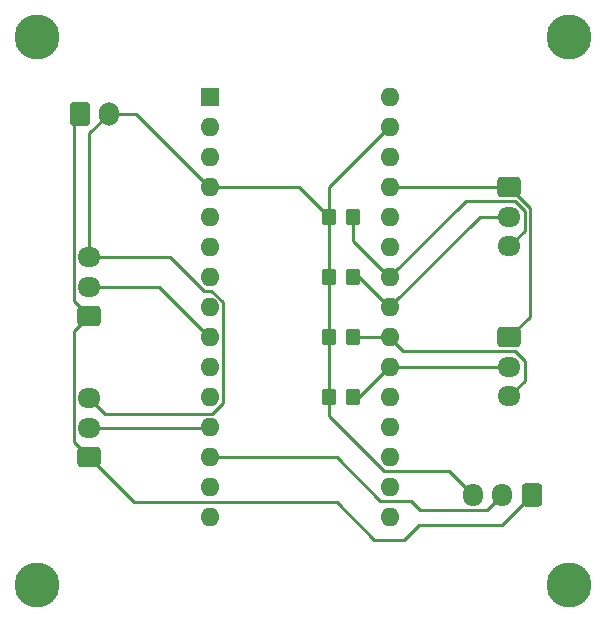
<source format=gbr>
%TF.GenerationSoftware,KiCad,Pcbnew,(6.0.4-0)*%
%TF.CreationDate,2022-05-05T15:57:15+02:00*%
%TF.ProjectId,Raptor_Gripper_Board,52617074-6f72-45f4-9772-69707065725f,rev?*%
%TF.SameCoordinates,Original*%
%TF.FileFunction,Copper,L1,Top*%
%TF.FilePolarity,Positive*%
%FSLAX46Y46*%
G04 Gerber Fmt 4.6, Leading zero omitted, Abs format (unit mm)*
G04 Created by KiCad (PCBNEW (6.0.4-0)) date 2022-05-05 15:57:15*
%MOMM*%
%LPD*%
G01*
G04 APERTURE LIST*
G04 Aperture macros list*
%AMRoundRect*
0 Rectangle with rounded corners*
0 $1 Rounding radius*
0 $2 $3 $4 $5 $6 $7 $8 $9 X,Y pos of 4 corners*
0 Add a 4 corners polygon primitive as box body*
4,1,4,$2,$3,$4,$5,$6,$7,$8,$9,$2,$3,0*
0 Add four circle primitives for the rounded corners*
1,1,$1+$1,$2,$3*
1,1,$1+$1,$4,$5*
1,1,$1+$1,$6,$7*
1,1,$1+$1,$8,$9*
0 Add four rect primitives between the rounded corners*
20,1,$1+$1,$2,$3,$4,$5,0*
20,1,$1+$1,$4,$5,$6,$7,0*
20,1,$1+$1,$6,$7,$8,$9,0*
20,1,$1+$1,$8,$9,$2,$3,0*%
G04 Aperture macros list end*
%TA.AperFunction,ComponentPad*%
%ADD10O,1.700000X1.950000*%
%TD*%
%TA.AperFunction,ComponentPad*%
%ADD11RoundRect,0.250000X0.600000X0.725000X-0.600000X0.725000X-0.600000X-0.725000X0.600000X-0.725000X0*%
%TD*%
%TA.AperFunction,ComponentPad*%
%ADD12C,2.600000*%
%TD*%
%TA.AperFunction,ConnectorPad*%
%ADD13C,3.800000*%
%TD*%
%TA.AperFunction,SMDPad,CuDef*%
%ADD14RoundRect,0.250000X0.350000X0.450000X-0.350000X0.450000X-0.350000X-0.450000X0.350000X-0.450000X0*%
%TD*%
%TA.AperFunction,ComponentPad*%
%ADD15O,1.700000X2.000000*%
%TD*%
%TA.AperFunction,ComponentPad*%
%ADD16RoundRect,0.250000X-0.600000X-0.750000X0.600000X-0.750000X0.600000X0.750000X-0.600000X0.750000X0*%
%TD*%
%TA.AperFunction,ComponentPad*%
%ADD17O,1.950000X1.700000*%
%TD*%
%TA.AperFunction,ComponentPad*%
%ADD18RoundRect,0.250000X0.725000X-0.600000X0.725000X0.600000X-0.725000X0.600000X-0.725000X-0.600000X0*%
%TD*%
%TA.AperFunction,ComponentPad*%
%ADD19RoundRect,0.250000X-0.725000X0.600000X-0.725000X-0.600000X0.725000X-0.600000X0.725000X0.600000X0*%
%TD*%
%TA.AperFunction,ComponentPad*%
%ADD20O,1.600000X1.600000*%
%TD*%
%TA.AperFunction,ComponentPad*%
%ADD21R,1.600000X1.600000*%
%TD*%
%TA.AperFunction,Conductor*%
%ADD22C,0.250000*%
%TD*%
G04 APERTURE END LIST*
D10*
%TO.P,J6,3,Pin_3*%
%TO.N,Net-(A0-Pad29)*%
X116285000Y-84455000D03*
%TO.P,J6,2,Pin_2*%
%TO.N,Net-(A0-Pad13)*%
X118785000Y-84455000D03*
D11*
%TO.P,J6,1,Pin_1*%
%TO.N,Net-(J1-Pad1)*%
X121285000Y-84455000D03*
%TD*%
D12*
%TO.P,H3,1*%
%TO.N,N/C*%
X79375000Y-45720000D03*
D13*
X79375000Y-45720000D03*
%TD*%
D14*
%TO.P,R4,2*%
%TO.N,Net-(A0-Pad29)*%
X104140000Y-76200000D03*
%TO.P,R4,1*%
%TO.N,Net-(A0-Pad21)*%
X106140000Y-76200000D03*
%TD*%
D12*
%TO.P,H2,1*%
%TO.N,N/C*%
X124460000Y-45720000D03*
D13*
X124460000Y-45720000D03*
%TD*%
D12*
%TO.P,H1,1*%
%TO.N,N/C*%
X124460000Y-92075000D03*
D13*
X124460000Y-92075000D03*
%TD*%
D15*
%TO.P,J1,2,Pin_2*%
%TO.N,Net-(A0-Pad29)*%
X85490000Y-52190000D03*
D16*
%TO.P,J1,1,Pin_1*%
%TO.N,Net-(J1-Pad1)*%
X82990000Y-52190000D03*
%TD*%
D14*
%TO.P,R2,2*%
%TO.N,Net-(A0-Pad29)*%
X104140000Y-66040000D03*
%TO.P,R2,1*%
%TO.N,Net-(A0-Pad23)*%
X106140000Y-66040000D03*
%TD*%
D17*
%TO.P,J5,3,Pin_3*%
%TO.N,Net-(A0-Pad29)*%
X83820000Y-76280000D03*
%TO.P,J5,2,Pin_2*%
%TO.N,Net-(A0-Pad12)*%
X83820000Y-78780000D03*
D18*
%TO.P,J5,1,Pin_1*%
%TO.N,Net-(J1-Pad1)*%
X83820000Y-81280000D03*
%TD*%
D17*
%TO.P,J3,3,Pin_3*%
%TO.N,Net-(A0-Pad24)*%
X119380000Y-63420000D03*
%TO.P,J3,2,Pin_2*%
%TO.N,Net-(A0-Pad23)*%
X119380000Y-60920000D03*
D19*
%TO.P,J3,1,Pin_1*%
%TO.N,Net-(A0-Pad27)*%
X119380000Y-58420000D03*
%TD*%
D20*
%TO.P,A0,30,VIN*%
%TO.N,unconnected-(A0-Pad30)*%
X109230000Y-50800000D03*
%TO.P,A0,29,GND*%
%TO.N,Net-(A0-Pad29)*%
X109230000Y-53340000D03*
%TO.P,A0,28,~{RESET}*%
%TO.N,unconnected-(A0-Pad28)*%
X109230000Y-55880000D03*
%TO.P,A0,27,+5V*%
%TO.N,Net-(A0-Pad27)*%
X109230000Y-58420000D03*
%TO.P,A0,26,A7*%
%TO.N,unconnected-(A0-Pad26)*%
X109230000Y-60960000D03*
%TO.P,A0,25,A6*%
%TO.N,unconnected-(A0-Pad25)*%
X109230000Y-63500000D03*
%TO.P,A0,24,SCL/A5*%
%TO.N,Net-(A0-Pad24)*%
X109230000Y-66040000D03*
%TO.P,A0,23,SDA/A4*%
%TO.N,Net-(A0-Pad23)*%
X109230000Y-68580000D03*
%TO.P,A0,22,A3*%
%TO.N,Net-(A0-Pad22)*%
X109230000Y-71120000D03*
%TO.P,A0,21,A2*%
%TO.N,Net-(A0-Pad21)*%
X109230000Y-73660000D03*
%TO.P,A0,20,A1*%
%TO.N,unconnected-(A0-Pad20)*%
X109230000Y-76200000D03*
%TO.P,A0,19,A0*%
%TO.N,unconnected-(A0-Pad19)*%
X109230000Y-78740000D03*
%TO.P,A0,18,AREF*%
%TO.N,unconnected-(A0-Pad18)*%
X109230000Y-81280000D03*
%TO.P,A0,17,3V3*%
%TO.N,unconnected-(A0-Pad17)*%
X109230000Y-83820000D03*
%TO.P,A0,16,SCK*%
%TO.N,unconnected-(A0-Pad16)*%
X109230000Y-86360000D03*
%TO.P,A0,15,MISO*%
%TO.N,unconnected-(A0-Pad15)*%
X93990000Y-86360000D03*
%TO.P,A0,14,MOSI*%
%TO.N,unconnected-(A0-Pad14)*%
X93990000Y-83820000D03*
%TO.P,A0,13,D10*%
%TO.N,Net-(A0-Pad13)*%
X93990000Y-81280000D03*
%TO.P,A0,12,D9*%
%TO.N,Net-(A0-Pad12)*%
X93990000Y-78740000D03*
%TO.P,A0,11,D8*%
%TO.N,unconnected-(A0-Pad11)*%
X93990000Y-76200000D03*
%TO.P,A0,10,D7*%
%TO.N,unconnected-(A0-Pad10)*%
X93990000Y-73660000D03*
%TO.P,A0,9,D6*%
%TO.N,Net-(A0-Pad9)*%
X93990000Y-71120000D03*
%TO.P,A0,8,D5*%
%TO.N,unconnected-(A0-Pad8)*%
X93990000Y-68580000D03*
%TO.P,A0,7,D4*%
%TO.N,unconnected-(A0-Pad7)*%
X93990000Y-66040000D03*
%TO.P,A0,6,D3*%
%TO.N,unconnected-(A0-Pad6)*%
X93990000Y-63500000D03*
%TO.P,A0,5,D2*%
%TO.N,unconnected-(A0-Pad5)*%
X93990000Y-60960000D03*
%TO.P,A0,4,GND*%
%TO.N,Net-(A0-Pad29)*%
X93990000Y-58420000D03*
%TO.P,A0,3,~{RESET}*%
%TO.N,unconnected-(A0-Pad3)*%
X93990000Y-55880000D03*
%TO.P,A0,2,RX1*%
%TO.N,unconnected-(A0-Pad2)*%
X93990000Y-53340000D03*
D21*
%TO.P,A0,1,TX1*%
%TO.N,unconnected-(A0-Pad1)*%
X93990000Y-50800000D03*
%TD*%
D13*
%TO.P,H0,1*%
%TO.N,N/C*%
X79375000Y-92075000D03*
D12*
X79375000Y-92075000D03*
%TD*%
D14*
%TO.P,R1,2*%
%TO.N,Net-(A0-Pad29)*%
X104140000Y-60960000D03*
%TO.P,R1,1*%
%TO.N,Net-(A0-Pad24)*%
X106140000Y-60960000D03*
%TD*%
D17*
%TO.P,J2,3,Pin_3*%
%TO.N,Net-(A0-Pad22)*%
X119380000Y-76120000D03*
%TO.P,J2,2,Pin_2*%
%TO.N,Net-(A0-Pad21)*%
X119380000Y-73620000D03*
D19*
%TO.P,J2,1,Pin_1*%
%TO.N,Net-(A0-Pad27)*%
X119380000Y-71120000D03*
%TD*%
D17*
%TO.P,J4,3,Pin_3*%
%TO.N,Net-(A0-Pad29)*%
X83820000Y-64330000D03*
%TO.P,J4,2,Pin_2*%
%TO.N,Net-(A0-Pad9)*%
X83820000Y-66830000D03*
D18*
%TO.P,J4,1,Pin_1*%
%TO.N,Net-(J1-Pad1)*%
X83820000Y-69330000D03*
%TD*%
D14*
%TO.P,R3,2*%
%TO.N,Net-(A0-Pad29)*%
X104140000Y-71120000D03*
%TO.P,R3,1*%
%TO.N,Net-(A0-Pad22)*%
X106140000Y-71120000D03*
%TD*%
D22*
%TO.N,Net-(J1-Pad1)*%
X121285000Y-84455000D02*
X118745000Y-86995000D01*
X118745000Y-86995000D02*
X111760000Y-86995000D01*
X107950000Y-88265000D02*
X104775000Y-85090000D01*
X104775000Y-85090000D02*
X87630000Y-85090000D01*
X111760000Y-86995000D02*
X110490000Y-88265000D01*
X87630000Y-85090000D02*
X83820000Y-81280000D01*
X110490000Y-88265000D02*
X107950000Y-88265000D01*
%TO.N,Net-(A0-Pad13)*%
X118785000Y-84455000D02*
X117485480Y-85754520D01*
X117485480Y-85754520D02*
X111823242Y-85754520D01*
X111013233Y-84944511D02*
X108439511Y-84944511D01*
X111823242Y-85754520D02*
X111013233Y-84944511D01*
X108439511Y-84944511D02*
X104775000Y-81280000D01*
X104775000Y-81280000D02*
X93990000Y-81280000D01*
%TO.N,Net-(A0-Pad29)*%
X116285000Y-84455000D02*
X114234511Y-82404511D01*
X114234511Y-82404511D02*
X108764211Y-82404511D01*
X108764211Y-82404511D02*
X104140000Y-77780300D01*
X104140000Y-77780300D02*
X104140000Y-76200000D01*
X104140000Y-60960000D02*
X104140000Y-58420000D01*
X87750000Y-52190000D02*
X93980000Y-58420000D01*
X90679700Y-64330000D02*
X93514211Y-67164511D01*
X93514211Y-67164511D02*
X94154811Y-67164511D01*
X101600000Y-58420000D02*
X93980000Y-58420000D01*
X104140000Y-60960000D02*
X104140000Y-66040000D01*
X104140000Y-60960000D02*
X101600000Y-58420000D01*
X83820000Y-64330000D02*
X90679700Y-64330000D01*
X85145480Y-77605480D02*
X83820000Y-76280000D01*
X104140000Y-76200000D02*
X104140000Y-71120000D01*
X94164820Y-77605480D02*
X85145480Y-77605480D01*
X94154811Y-67164511D02*
X95104511Y-68114211D01*
X104140000Y-71120000D02*
X104140000Y-66040000D01*
X95104511Y-68114211D02*
X95104511Y-76665789D01*
X95104511Y-76665789D02*
X94164820Y-77605480D01*
X83820000Y-53860000D02*
X85490000Y-52190000D01*
X85490000Y-52190000D02*
X87750000Y-52190000D01*
X83820000Y-64330000D02*
X83820000Y-53860000D01*
X104140000Y-58420000D02*
X109220000Y-53340000D01*
%TO.N,Net-(A0-Pad9)*%
X83820000Y-66830000D02*
X89690000Y-66830000D01*
X89690000Y-66830000D02*
X93980000Y-71120000D01*
%TO.N,Net-(A0-Pad12)*%
X83820000Y-78780000D02*
X93940000Y-78780000D01*
X93940000Y-78780000D02*
X93980000Y-78740000D01*
%TO.N,Net-(A0-Pad21)*%
X106680000Y-76200000D02*
X109220000Y-73660000D01*
X109260000Y-73620000D02*
X109220000Y-73660000D01*
X106140000Y-76200000D02*
X106680000Y-76200000D01*
X119380000Y-73620000D02*
X109260000Y-73620000D01*
%TO.N,Net-(A0-Pad22)*%
X119840542Y-72294520D02*
X110394520Y-72294520D01*
X119380000Y-76120000D02*
X120679520Y-74820480D01*
X120679520Y-74820480D02*
X120679520Y-73133498D01*
X110394520Y-72294520D02*
X109220000Y-71120000D01*
X120679520Y-73133498D02*
X119840542Y-72294520D01*
X106140000Y-71120000D02*
X109220000Y-71120000D01*
%TO.N,Net-(A0-Pad23)*%
X106140000Y-66040000D02*
X106680000Y-66040000D01*
X116880000Y-60920000D02*
X109220000Y-68580000D01*
X106680000Y-66040000D02*
X109220000Y-68580000D01*
X119380000Y-60920000D02*
X116880000Y-60920000D01*
%TO.N,Net-(A0-Pad24)*%
X120679520Y-60433498D02*
X119840542Y-59594520D01*
X119840542Y-59594520D02*
X115665480Y-59594520D01*
X115665480Y-59594520D02*
X109220000Y-66040000D01*
X120679520Y-62120480D02*
X120679520Y-60433498D01*
X119380000Y-63420000D02*
X120679520Y-62120480D01*
X106140000Y-62960000D02*
X109220000Y-66040000D01*
X106140000Y-60960000D02*
X106140000Y-62960000D01*
%TO.N,Net-(A0-Pad27)*%
X119380000Y-58420000D02*
X121129040Y-60169040D01*
X109220000Y-58420000D02*
X119380000Y-58420000D01*
X121129040Y-69370960D02*
X119380000Y-71120000D01*
X121129040Y-60169040D02*
X121129040Y-69370960D01*
%TO.N,Net-(J1-Pad1)*%
X82520480Y-70629520D02*
X82520480Y-79980480D01*
X82990000Y-52190000D02*
X82520480Y-52659520D01*
X82520480Y-68030480D02*
X83820000Y-69330000D01*
X82520480Y-52659520D02*
X82520480Y-68030480D01*
X83820000Y-69330000D02*
X82520480Y-70629520D01*
X82520480Y-79980480D02*
X83820000Y-81280000D01*
%TD*%
M02*

</source>
